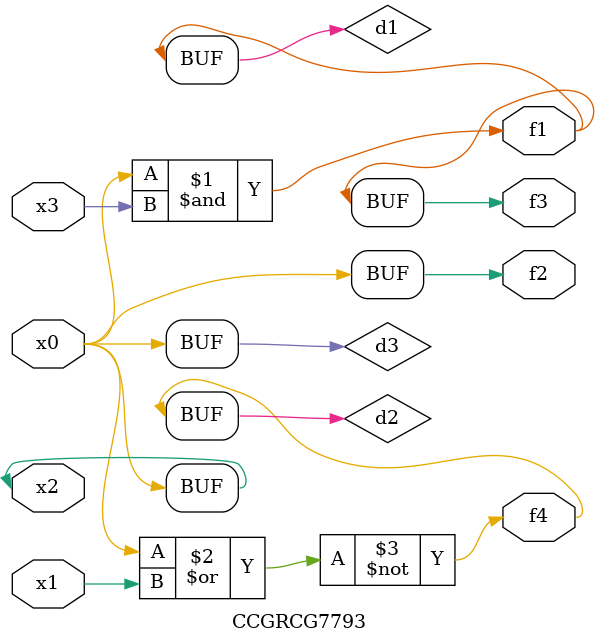
<source format=v>
module CCGRCG7793(
	input x0, x1, x2, x3,
	output f1, f2, f3, f4
);

	wire d1, d2, d3;

	and (d1, x2, x3);
	nor (d2, x0, x1);
	buf (d3, x0, x2);
	assign f1 = d1;
	assign f2 = d3;
	assign f3 = d1;
	assign f4 = d2;
endmodule

</source>
